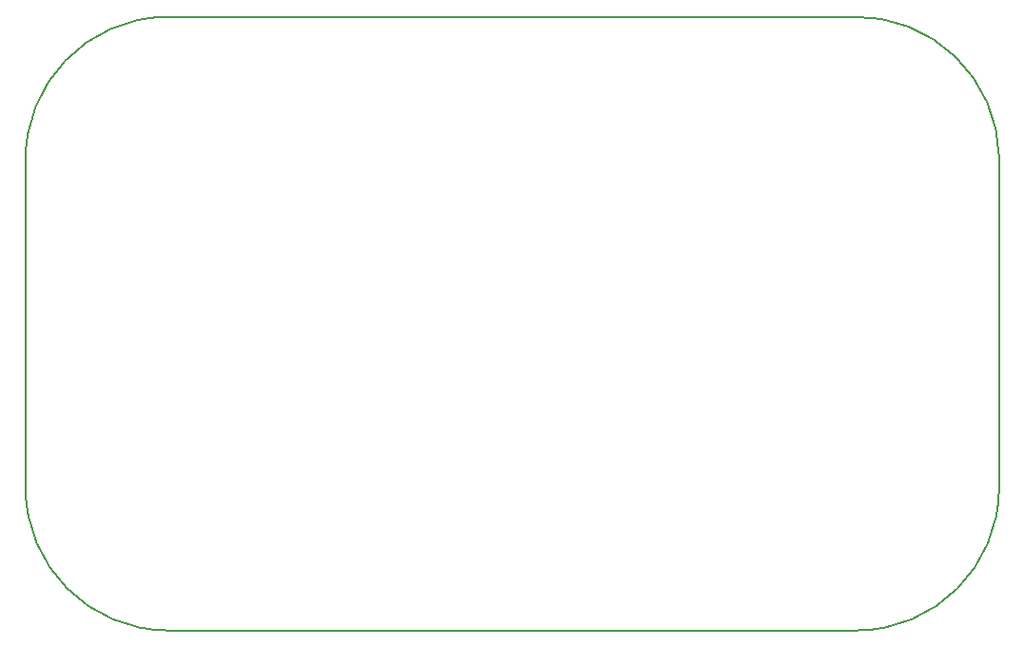
<source format=gbr>
G04 #@! TF.FileFunction,*
%FSLAX46Y46*%
G04 Gerber Fmt 4.6, Leading zero omitted, Abs format (unit mm)*
G04 Created by KiCad (PCBNEW (2015-02-06 BZR 5410)-product) date Tue 10 Feb 2015 02:07:55 AM CET*
%MOMM*%
G01*
G04 APERTURE LIST*
%ADD10C,0.050000*%
%ADD11C,0.200000*%
G04 APERTURE END LIST*
D10*
D11*
X172212000Y-124460000D02*
X158750000Y-124460000D01*
X171958000Y-69850000D02*
X159258000Y-69850000D01*
X184912000Y-82296000D02*
X184912000Y-82550000D01*
X110998000Y-124460000D02*
X158750000Y-124460000D01*
X98298000Y-111760000D02*
G75*
G03X110998000Y-124460000I12700000J0D01*
G01*
X98298000Y-82804000D02*
X98298000Y-112014000D01*
X172212000Y-124460000D02*
G75*
G03X184912000Y-111760000I0J12700000D01*
G01*
X184912000Y-82550000D02*
X184912000Y-111760000D01*
X184912000Y-82296000D02*
G75*
G03X171958000Y-69850000I-12700000J-254000D01*
G01*
X110744000Y-69850000D02*
X159258000Y-69850000D01*
X110744000Y-69850000D02*
G75*
G03X98298000Y-82804000I254000J-12700000D01*
G01*
M02*

</source>
